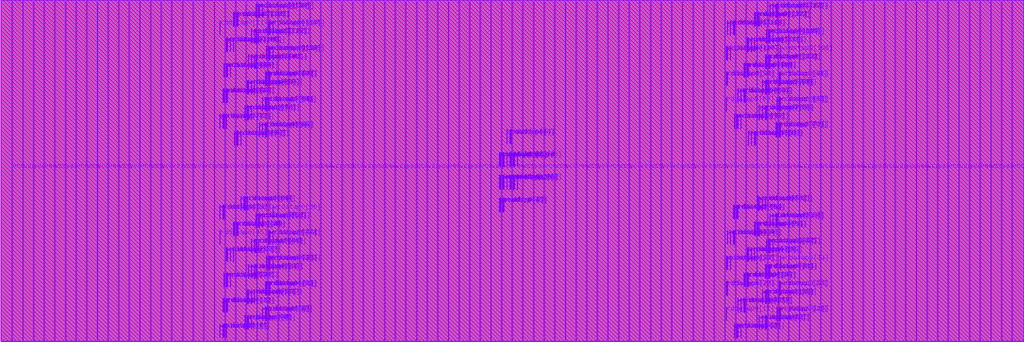
<source format=lef>
VERSION 5.8 ;
BUSBITCHARS "[]" ;
DIVIDERCHAR "/" ;

UNITS
  DATABASE MICRONS 4000 ;
END UNITS

MANUFACTURINGGRID 0.0005 ;

MACRO arf124b256e1r1w0cbbehcaa4acw
  CLASS BLOCK ;
  ORIGIN 0 0 ;
  FOREIGN arf124b256e1r1w0cbbehcaa4acw 0 0 ;
  SIZE 86.4 BY 28.8 ;
  PIN ckrdp0
    DIRECTION INPUT ;
    USE SIGNAL ;
    PORT
      LAYER m7 ;
        RECT 42.728 14.76 42.772 15.96 ;
    END
  END ckrdp0
  PIN ckwrp0
    DIRECTION INPUT ;
    USE SIGNAL ;
    PORT
      LAYER m7 ;
        RECT 42.084 12.84 42.128 14.04 ;
    END
  END ckwrp0
  PIN rdaddrp0[0]
    DIRECTION INPUT ;
    USE SIGNAL ;
    PORT
      LAYER m7 ;
        RECT 43.628 14.76 43.672 15.96 ;
    END
  END rdaddrp0[0]
  PIN rdaddrp0[1]
    DIRECTION INPUT ;
    USE SIGNAL ;
    PORT
      LAYER m7 ;
        RECT 42.084 14.76 42.128 15.96 ;
    END
  END rdaddrp0[1]
  PIN rdaddrp0[2]
    DIRECTION INPUT ;
    USE SIGNAL ;
    PORT
      LAYER m7 ;
        RECT 42.172 14.76 42.216 15.96 ;
    END
  END rdaddrp0[2]
  PIN rdaddrp0[3]
    DIRECTION INPUT ;
    USE SIGNAL ;
    PORT
      LAYER m7 ;
        RECT 42.384 14.76 42.428 15.96 ;
    END
  END rdaddrp0[3]
  PIN rdaddrp0[4]
    DIRECTION INPUT ;
    USE SIGNAL ;
    PORT
      LAYER m7 ;
        RECT 42.472 14.76 42.516 15.96 ;
    END
  END rdaddrp0[4]
  PIN rdaddrp0[5]
    DIRECTION INPUT ;
    USE SIGNAL ;
    PORT
      LAYER m7 ;
        RECT 42.728 16.68 42.772 17.88 ;
    END
  END rdaddrp0[5]
  PIN rdaddrp0[6]
    DIRECTION INPUT ;
    USE SIGNAL ;
    PORT
      LAYER m7 ;
        RECT 42.984 16.68 43.028 17.88 ;
    END
  END rdaddrp0[6]
  PIN rdaddrp0[7]
    DIRECTION INPUT ;
    USE SIGNAL ;
    PORT
      LAYER m7 ;
        RECT 43.072 16.68 43.116 17.88 ;
    END
  END rdaddrp0[7]
  PIN rdaddrp0_fd
    DIRECTION INPUT ;
    USE SIGNAL ;
    PORT
      LAYER m7 ;
        RECT 42.984 14.76 43.028 15.96 ;
    END
  END rdaddrp0_fd
  PIN rdaddrp0_rd
    DIRECTION INPUT ;
    USE SIGNAL ;
    PORT
      LAYER m7 ;
        RECT 43.072 14.76 43.116 15.96 ;
    END
  END rdaddrp0_rd
  PIN rddatap0[0]
    DIRECTION OUTPUT ;
    USE SIGNAL ;
    PORT
      LAYER m7 ;
        RECT 18.772 0.24 18.816 1.44 ;
    END
  END rddatap0[0]
  PIN rddatap0[100]
    DIRECTION OUTPUT ;
    USE SIGNAL ;
    PORT
      LAYER m7 ;
        RECT 21.384 23.04 21.428 24.24 ;
    END
  END rddatap0[100]
  PIN rddatap0[101]
    DIRECTION OUTPUT ;
    USE SIGNAL ;
    PORT
      LAYER m7 ;
        RECT 21.472 23.04 21.516 24.24 ;
    END
  END rddatap0[101]
  PIN rddatap0[102]
    DIRECTION OUTPUT ;
    USE SIGNAL ;
    PORT
      LAYER m7 ;
        RECT 64.884 23.04 64.928 24.24 ;
    END
  END rddatap0[102]
  PIN rddatap0[103]
    DIRECTION OUTPUT ;
    USE SIGNAL ;
    PORT
      LAYER m7 ;
        RECT 64.972 23.04 65.016 24.24 ;
    END
  END rddatap0[103]
  PIN rddatap0[104]
    DIRECTION OUTPUT ;
    USE SIGNAL ;
    PORT
      LAYER m7 ;
        RECT 22.672 23.76 22.716 24.96 ;
    END
  END rddatap0[104]
  PIN rddatap0[105]
    DIRECTION OUTPUT ;
    USE SIGNAL ;
    PORT
      LAYER m7 ;
        RECT 22.928 23.76 22.972 24.96 ;
    END
  END rddatap0[105]
  PIN rddatap0[106]
    DIRECTION OUTPUT ;
    USE SIGNAL ;
    PORT
      LAYER m7 ;
        RECT 61.372 23.76 61.416 24.96 ;
    END
  END rddatap0[106]
  PIN rddatap0[107]
    DIRECTION OUTPUT ;
    USE SIGNAL ;
    PORT
      LAYER m7 ;
        RECT 61.628 23.76 61.672 24.96 ;
    END
  END rddatap0[107]
  PIN rddatap0[108]
    DIRECTION OUTPUT ;
    USE SIGNAL ;
    PORT
      LAYER m7 ;
        RECT 19.328 24.48 19.372 25.68 ;
    END
  END rddatap0[108]
  PIN rddatap0[109]
    DIRECTION OUTPUT ;
    USE SIGNAL ;
    PORT
      LAYER m7 ;
        RECT 19.584 24.48 19.628 25.68 ;
    END
  END rddatap0[109]
  PIN rddatap0[10]
    DIRECTION OUTPUT ;
    USE SIGNAL ;
    PORT
      LAYER m7 ;
        RECT 65.872 1.68 65.916 2.88 ;
    END
  END rddatap0[10]
  PIN rddatap0[110]
    DIRECTION OUTPUT ;
    USE SIGNAL ;
    PORT
      LAYER m7 ;
        RECT 63.428 24.48 63.472 25.68 ;
    END
  END rddatap0[110]
  PIN rddatap0[111]
    DIRECTION OUTPUT ;
    USE SIGNAL ;
    PORT
      LAYER m7 ;
        RECT 63.684 24.48 63.728 25.68 ;
    END
  END rddatap0[111]
  PIN rddatap0[112]
    DIRECTION OUTPUT ;
    USE SIGNAL ;
    PORT
      LAYER m7 ;
        RECT 21.472 25.2 21.516 26.4 ;
    END
  END rddatap0[112]
  PIN rddatap0[113]
    DIRECTION OUTPUT ;
    USE SIGNAL ;
    PORT
      LAYER m7 ;
        RECT 21.684 25.2 21.728 26.4 ;
    END
  END rddatap0[113]
  PIN rddatap0[114]
    DIRECTION OUTPUT ;
    USE SIGNAL ;
    PORT
      LAYER m7 ;
        RECT 64.972 25.2 65.016 26.4 ;
    END
  END rddatap0[114]
  PIN rddatap0[115]
    DIRECTION OUTPUT ;
    USE SIGNAL ;
    PORT
      LAYER m7 ;
        RECT 65.228 25.2 65.272 26.4 ;
    END
  END rddatap0[115]
  PIN rddatap0[116]
    DIRECTION OUTPUT ;
    USE SIGNAL ;
    PORT
      LAYER m7 ;
        RECT 22.928 25.92 22.972 27.12 ;
    END
  END rddatap0[116]
  PIN rddatap0[117]
    DIRECTION OUTPUT ;
    USE SIGNAL ;
    PORT
      LAYER m7 ;
        RECT 18.428 25.92 18.472 27.12 ;
    END
  END rddatap0[117]
  PIN rddatap0[118]
    DIRECTION OUTPUT ;
    USE SIGNAL ;
    PORT
      LAYER m7 ;
        RECT 61.884 25.92 61.928 27.12 ;
    END
  END rddatap0[118]
  PIN rddatap0[119]
    DIRECTION OUTPUT ;
    USE SIGNAL ;
    PORT
      LAYER m7 ;
        RECT 61.972 25.92 62.016 27.12 ;
    END
  END rddatap0[119]
  PIN rddatap0[11]
    DIRECTION OUTPUT ;
    USE SIGNAL ;
    PORT
      LAYER m7 ;
        RECT 61.284 1.68 61.328 2.88 ;
    END
  END rddatap0[11]
  PIN rddatap0[120]
    DIRECTION OUTPUT ;
    USE SIGNAL ;
    PORT
      LAYER m7 ;
        RECT 19.884 26.64 19.928 27.84 ;
    END
  END rddatap0[120]
  PIN rddatap0[121]
    DIRECTION OUTPUT ;
    USE SIGNAL ;
    PORT
      LAYER m7 ;
        RECT 19.972 26.64 20.016 27.84 ;
    END
  END rddatap0[121]
  PIN rddatap0[122]
    DIRECTION OUTPUT ;
    USE SIGNAL ;
    PORT
      LAYER m7 ;
        RECT 63.984 26.64 64.028 27.84 ;
    END
  END rddatap0[122]
  PIN rddatap0[123]
    DIRECTION OUTPUT ;
    USE SIGNAL ;
    PORT
      LAYER m7 ;
        RECT 64.072 26.64 64.116 27.84 ;
    END
  END rddatap0[123]
  PIN rddatap0[124]
    DIRECTION OUTPUT ;
    USE SIGNAL ;
    PORT
      LAYER m7 ;
        RECT 21.772 27.36 21.816 28.56 ;
    END
  END rddatap0[124]
  PIN rddatap0[125]
    DIRECTION OUTPUT ;
    USE SIGNAL ;
    PORT
      LAYER m7 ;
        RECT 22.028 27.36 22.072 28.56 ;
    END
  END rddatap0[125]
  PIN rddatap0[126]
    DIRECTION OUTPUT ;
    USE SIGNAL ;
    PORT
      LAYER m7 ;
        RECT 65.484 27.36 65.528 28.56 ;
    END
  END rddatap0[126]
  PIN rddatap0[127]
    DIRECTION OUTPUT ;
    USE SIGNAL ;
    PORT
      LAYER m7 ;
        RECT 65.572 27.36 65.616 28.56 ;
    END
  END rddatap0[127]
  PIN rddatap0[12]
    DIRECTION OUTPUT ;
    USE SIGNAL ;
    PORT
      LAYER m7 ;
        RECT 18.984 2.4 19.028 3.6 ;
    END
  END rddatap0[12]
  PIN rddatap0[13]
    DIRECTION OUTPUT ;
    USE SIGNAL ;
    PORT
      LAYER m7 ;
        RECT 19.072 2.4 19.116 3.6 ;
    END
  END rddatap0[13]
  PIN rddatap0[14]
    DIRECTION OUTPUT ;
    USE SIGNAL ;
    PORT
      LAYER m7 ;
        RECT 62.784 2.4 62.828 3.6 ;
    END
  END rddatap0[14]
  PIN rddatap0[15]
    DIRECTION OUTPUT ;
    USE SIGNAL ;
    PORT
      LAYER m7 ;
        RECT 62.872 2.4 62.916 3.6 ;
    END
  END rddatap0[15]
  PIN rddatap0[16]
    DIRECTION OUTPUT ;
    USE SIGNAL ;
    PORT
      LAYER m7 ;
        RECT 21.128 3.12 21.172 4.32 ;
    END
  END rddatap0[16]
  PIN rddatap0[17]
    DIRECTION OUTPUT ;
    USE SIGNAL ;
    PORT
      LAYER m7 ;
        RECT 21.384 3.12 21.428 4.32 ;
    END
  END rddatap0[17]
  PIN rddatap0[18]
    DIRECTION OUTPUT ;
    USE SIGNAL ;
    PORT
      LAYER m7 ;
        RECT 64.672 3.12 64.716 4.32 ;
    END
  END rddatap0[18]
  PIN rddatap0[19]
    DIRECTION OUTPUT ;
    USE SIGNAL ;
    PORT
      LAYER m7 ;
        RECT 64.884 3.12 64.928 4.32 ;
    END
  END rddatap0[19]
  PIN rddatap0[1]
    DIRECTION OUTPUT ;
    USE SIGNAL ;
    PORT
      LAYER m7 ;
        RECT 18.984 0.24 19.028 1.44 ;
    END
  END rddatap0[1]
  PIN rddatap0[20]
    DIRECTION OUTPUT ;
    USE SIGNAL ;
    PORT
      LAYER m7 ;
        RECT 22.584 3.84 22.628 5.04 ;
    END
  END rddatap0[20]
  PIN rddatap0[21]
    DIRECTION OUTPUT ;
    USE SIGNAL ;
    PORT
      LAYER m7 ;
        RECT 22.672 3.84 22.716 5.04 ;
    END
  END rddatap0[21]
  PIN rddatap0[22]
    DIRECTION OUTPUT ;
    USE SIGNAL ;
    PORT
      LAYER m7 ;
        RECT 61.284 3.84 61.328 5.04 ;
    END
  END rddatap0[22]
  PIN rddatap0[23]
    DIRECTION OUTPUT ;
    USE SIGNAL ;
    PORT
      LAYER m7 ;
        RECT 61.372 3.84 61.416 5.04 ;
    END
  END rddatap0[23]
  PIN rddatap0[24]
    DIRECTION OUTPUT ;
    USE SIGNAL ;
    PORT
      LAYER m7 ;
        RECT 19.072 4.56 19.116 5.76 ;
    END
  END rddatap0[24]
  PIN rddatap0[25]
    DIRECTION OUTPUT ;
    USE SIGNAL ;
    PORT
      LAYER m7 ;
        RECT 19.328 4.56 19.372 5.76 ;
    END
  END rddatap0[25]
  PIN rddatap0[26]
    DIRECTION OUTPUT ;
    USE SIGNAL ;
    PORT
      LAYER m7 ;
        RECT 63.084 4.56 63.128 5.76 ;
    END
  END rddatap0[26]
  PIN rddatap0[27]
    DIRECTION OUTPUT ;
    USE SIGNAL ;
    PORT
      LAYER m7 ;
        RECT 63.172 4.56 63.216 5.76 ;
    END
  END rddatap0[27]
  PIN rddatap0[28]
    DIRECTION OUTPUT ;
    USE SIGNAL ;
    PORT
      LAYER m7 ;
        RECT 21.384 5.28 21.428 6.48 ;
    END
  END rddatap0[28]
  PIN rddatap0[29]
    DIRECTION OUTPUT ;
    USE SIGNAL ;
    PORT
      LAYER m7 ;
        RECT 21.472 5.28 21.516 6.48 ;
    END
  END rddatap0[29]
  PIN rddatap0[2]
    DIRECTION OUTPUT ;
    USE SIGNAL ;
    PORT
      LAYER m7 ;
        RECT 62.272 0.24 62.316 1.44 ;
    END
  END rddatap0[2]
  PIN rddatap0[30]
    DIRECTION OUTPUT ;
    USE SIGNAL ;
    PORT
      LAYER m7 ;
        RECT 64.884 5.28 64.928 6.48 ;
    END
  END rddatap0[30]
  PIN rddatap0[31]
    DIRECTION OUTPUT ;
    USE SIGNAL ;
    PORT
      LAYER m7 ;
        RECT 64.972 5.28 65.016 6.48 ;
    END
  END rddatap0[31]
  PIN rddatap0[32]
    DIRECTION OUTPUT ;
    USE SIGNAL ;
    PORT
      LAYER m7 ;
        RECT 22.672 6 22.716 7.2 ;
    END
  END rddatap0[32]
  PIN rddatap0[33]
    DIRECTION OUTPUT ;
    USE SIGNAL ;
    PORT
      LAYER m7 ;
        RECT 22.928 6 22.972 7.2 ;
    END
  END rddatap0[33]
  PIN rddatap0[34]
    DIRECTION OUTPUT ;
    USE SIGNAL ;
    PORT
      LAYER m7 ;
        RECT 61.372 6 61.416 7.2 ;
    END
  END rddatap0[34]
  PIN rddatap0[35]
    DIRECTION OUTPUT ;
    USE SIGNAL ;
    PORT
      LAYER m7 ;
        RECT 61.628 6 61.672 7.2 ;
    END
  END rddatap0[35]
  PIN rddatap0[36]
    DIRECTION OUTPUT ;
    USE SIGNAL ;
    PORT
      LAYER m7 ;
        RECT 19.328 6.72 19.372 7.92 ;
    END
  END rddatap0[36]
  PIN rddatap0[37]
    DIRECTION OUTPUT ;
    USE SIGNAL ;
    PORT
      LAYER m7 ;
        RECT 19.584 6.72 19.628 7.92 ;
    END
  END rddatap0[37]
  PIN rddatap0[38]
    DIRECTION OUTPUT ;
    USE SIGNAL ;
    PORT
      LAYER m7 ;
        RECT 63.428 6.72 63.472 7.92 ;
    END
  END rddatap0[38]
  PIN rddatap0[39]
    DIRECTION OUTPUT ;
    USE SIGNAL ;
    PORT
      LAYER m7 ;
        RECT 63.684 6.72 63.728 7.92 ;
    END
  END rddatap0[39]
  PIN rddatap0[3]
    DIRECTION OUTPUT ;
    USE SIGNAL ;
    PORT
      LAYER m7 ;
        RECT 62.528 0.24 62.572 1.44 ;
    END
  END rddatap0[3]
  PIN rddatap0[40]
    DIRECTION OUTPUT ;
    USE SIGNAL ;
    PORT
      LAYER m7 ;
        RECT 21.472 7.44 21.516 8.64 ;
    END
  END rddatap0[40]
  PIN rddatap0[41]
    DIRECTION OUTPUT ;
    USE SIGNAL ;
    PORT
      LAYER m7 ;
        RECT 21.684 7.44 21.728 8.64 ;
    END
  END rddatap0[41]
  PIN rddatap0[42]
    DIRECTION OUTPUT ;
    USE SIGNAL ;
    PORT
      LAYER m7 ;
        RECT 64.972 7.44 65.016 8.64 ;
    END
  END rddatap0[42]
  PIN rddatap0[43]
    DIRECTION OUTPUT ;
    USE SIGNAL ;
    PORT
      LAYER m7 ;
        RECT 65.228 7.44 65.272 8.64 ;
    END
  END rddatap0[43]
  PIN rddatap0[44]
    DIRECTION OUTPUT ;
    USE SIGNAL ;
    PORT
      LAYER m7 ;
        RECT 22.928 8.16 22.972 9.36 ;
    END
  END rddatap0[44]
  PIN rddatap0[45]
    DIRECTION OUTPUT ;
    USE SIGNAL ;
    PORT
      LAYER m7 ;
        RECT 18.428 8.16 18.472 9.36 ;
    END
  END rddatap0[45]
  PIN rddatap0[46]
    DIRECTION OUTPUT ;
    USE SIGNAL ;
    PORT
      LAYER m7 ;
        RECT 61.884 8.16 61.928 9.36 ;
    END
  END rddatap0[46]
  PIN rddatap0[47]
    DIRECTION OUTPUT ;
    USE SIGNAL ;
    PORT
      LAYER m7 ;
        RECT 61.972 8.16 62.016 9.36 ;
    END
  END rddatap0[47]
  PIN rddatap0[48]
    DIRECTION OUTPUT ;
    USE SIGNAL ;
    PORT
      LAYER m7 ;
        RECT 19.884 8.88 19.928 10.08 ;
    END
  END rddatap0[48]
  PIN rddatap0[49]
    DIRECTION OUTPUT ;
    USE SIGNAL ;
    PORT
      LAYER m7 ;
        RECT 19.972 8.88 20.016 10.08 ;
    END
  END rddatap0[49]
  PIN rddatap0[4]
    DIRECTION OUTPUT ;
    USE SIGNAL ;
    PORT
      LAYER m7 ;
        RECT 20.872 0.96 20.916 2.16 ;
    END
  END rddatap0[4]
  PIN rddatap0[50]
    DIRECTION OUTPUT ;
    USE SIGNAL ;
    PORT
      LAYER m7 ;
        RECT 63.984 8.88 64.028 10.08 ;
    END
  END rddatap0[50]
  PIN rddatap0[51]
    DIRECTION OUTPUT ;
    USE SIGNAL ;
    PORT
      LAYER m7 ;
        RECT 64.072 8.88 64.116 10.08 ;
    END
  END rddatap0[51]
  PIN rddatap0[52]
    DIRECTION OUTPUT ;
    USE SIGNAL ;
    PORT
      LAYER m7 ;
        RECT 21.772 9.6 21.816 10.8 ;
    END
  END rddatap0[52]
  PIN rddatap0[53]
    DIRECTION OUTPUT ;
    USE SIGNAL ;
    PORT
      LAYER m7 ;
        RECT 22.028 9.6 22.072 10.8 ;
    END
  END rddatap0[53]
  PIN rddatap0[54]
    DIRECTION OUTPUT ;
    USE SIGNAL ;
    PORT
      LAYER m7 ;
        RECT 65.484 9.6 65.528 10.8 ;
    END
  END rddatap0[54]
  PIN rddatap0[55]
    DIRECTION OUTPUT ;
    USE SIGNAL ;
    PORT
      LAYER m7 ;
        RECT 65.572 9.6 65.616 10.8 ;
    END
  END rddatap0[55]
  PIN rddatap0[56]
    DIRECTION OUTPUT ;
    USE SIGNAL ;
    PORT
      LAYER m7 ;
        RECT 18.684 10.32 18.728 11.52 ;
    END
  END rddatap0[56]
  PIN rddatap0[57]
    DIRECTION OUTPUT ;
    USE SIGNAL ;
    PORT
      LAYER m7 ;
        RECT 18.772 10.32 18.816 11.52 ;
    END
  END rddatap0[57]
  PIN rddatap0[58]
    DIRECTION OUTPUT ;
    USE SIGNAL ;
    PORT
      LAYER m7 ;
        RECT 62.184 10.32 62.228 11.52 ;
    END
  END rddatap0[58]
  PIN rddatap0[59]
    DIRECTION OUTPUT ;
    USE SIGNAL ;
    PORT
      LAYER m7 ;
        RECT 62.272 10.32 62.316 11.52 ;
    END
  END rddatap0[59]
  PIN rddatap0[5]
    DIRECTION OUTPUT ;
    USE SIGNAL ;
    PORT
      LAYER m7 ;
        RECT 21.128 0.96 21.172 2.16 ;
    END
  END rddatap0[5]
  PIN rddatap0[60]
    DIRECTION OUTPUT ;
    USE SIGNAL ;
    PORT
      LAYER m7 ;
        RECT 20.572 11.04 20.616 12.24 ;
    END
  END rddatap0[60]
  PIN rddatap0[61]
    DIRECTION OUTPUT ;
    USE SIGNAL ;
    PORT
      LAYER m7 ;
        RECT 20.784 11.04 20.828 12.24 ;
    END
  END rddatap0[61]
  PIN rddatap0[62]
    DIRECTION OUTPUT ;
    USE SIGNAL ;
    PORT
      LAYER m7 ;
        RECT 64.328 11.04 64.372 12.24 ;
    END
  END rddatap0[62]
  PIN rddatap0[63]
    DIRECTION OUTPUT ;
    USE SIGNAL ;
    PORT
      LAYER m7 ;
        RECT 64.584 11.04 64.628 12.24 ;
    END
  END rddatap0[63]
  PIN rddatap0[64]
    DIRECTION OUTPUT ;
    USE SIGNAL ;
    PORT
      LAYER m7 ;
        RECT 19.972 16.56 20.016 17.76 ;
    END
  END rddatap0[64]
  PIN rddatap0[65]
    DIRECTION OUTPUT ;
    USE SIGNAL ;
    PORT
      LAYER m7 ;
        RECT 20.228 16.56 20.272 17.76 ;
    END
  END rddatap0[65]
  PIN rddatap0[66]
    DIRECTION OUTPUT ;
    USE SIGNAL ;
    PORT
      LAYER m7 ;
        RECT 63.684 16.56 63.728 17.76 ;
    END
  END rddatap0[66]
  PIN rddatap0[67]
    DIRECTION OUTPUT ;
    USE SIGNAL ;
    PORT
      LAYER m7 ;
        RECT 63.772 16.56 63.816 17.76 ;
    END
  END rddatap0[67]
  PIN rddatap0[68]
    DIRECTION OUTPUT ;
    USE SIGNAL ;
    PORT
      LAYER m7 ;
        RECT 22.284 17.28 22.328 18.48 ;
    END
  END rddatap0[68]
  PIN rddatap0[69]
    DIRECTION OUTPUT ;
    USE SIGNAL ;
    PORT
      LAYER m7 ;
        RECT 22.372 17.28 22.416 18.48 ;
    END
  END rddatap0[69]
  PIN rddatap0[6]
    DIRECTION OUTPUT ;
    USE SIGNAL ;
    PORT
      LAYER m7 ;
        RECT 64.584 0.96 64.628 2.16 ;
    END
  END rddatap0[6]
  PIN rddatap0[70]
    DIRECTION OUTPUT ;
    USE SIGNAL ;
    PORT
      LAYER m7 ;
        RECT 65.784 17.28 65.828 18.48 ;
    END
  END rddatap0[70]
  PIN rddatap0[71]
    DIRECTION OUTPUT ;
    USE SIGNAL ;
    PORT
      LAYER m7 ;
        RECT 65.872 17.28 65.916 18.48 ;
    END
  END rddatap0[71]
  PIN rddatap0[72]
    DIRECTION OUTPUT ;
    USE SIGNAL ;
    PORT
      LAYER m7 ;
        RECT 18.772 18 18.816 19.2 ;
    END
  END rddatap0[72]
  PIN rddatap0[73]
    DIRECTION OUTPUT ;
    USE SIGNAL ;
    PORT
      LAYER m7 ;
        RECT 18.984 18 19.028 19.2 ;
    END
  END rddatap0[73]
  PIN rddatap0[74]
    DIRECTION OUTPUT ;
    USE SIGNAL ;
    PORT
      LAYER m7 ;
        RECT 62.272 18 62.316 19.2 ;
    END
  END rddatap0[74]
  PIN rddatap0[75]
    DIRECTION OUTPUT ;
    USE SIGNAL ;
    PORT
      LAYER m7 ;
        RECT 62.528 18 62.572 19.2 ;
    END
  END rddatap0[75]
  PIN rddatap0[76]
    DIRECTION OUTPUT ;
    USE SIGNAL ;
    PORT
      LAYER m7 ;
        RECT 20.872 18.72 20.916 19.92 ;
    END
  END rddatap0[76]
  PIN rddatap0[77]
    DIRECTION OUTPUT ;
    USE SIGNAL ;
    PORT
      LAYER m7 ;
        RECT 21.128 18.72 21.172 19.92 ;
    END
  END rddatap0[77]
  PIN rddatap0[78]
    DIRECTION OUTPUT ;
    USE SIGNAL ;
    PORT
      LAYER m7 ;
        RECT 64.584 18.72 64.628 19.92 ;
    END
  END rddatap0[78]
  PIN rddatap0[79]
    DIRECTION OUTPUT ;
    USE SIGNAL ;
    PORT
      LAYER m7 ;
        RECT 64.672 18.72 64.716 19.92 ;
    END
  END rddatap0[79]
  PIN rddatap0[7]
    DIRECTION OUTPUT ;
    USE SIGNAL ;
    PORT
      LAYER m7 ;
        RECT 64.672 0.96 64.716 2.16 ;
    END
  END rddatap0[7]
  PIN rddatap0[80]
    DIRECTION OUTPUT ;
    USE SIGNAL ;
    PORT
      LAYER m7 ;
        RECT 22.372 19.44 22.416 20.64 ;
    END
  END rddatap0[80]
  PIN rddatap0[81]
    DIRECTION OUTPUT ;
    USE SIGNAL ;
    PORT
      LAYER m7 ;
        RECT 22.584 19.44 22.628 20.64 ;
    END
  END rddatap0[81]
  PIN rddatap0[82]
    DIRECTION OUTPUT ;
    USE SIGNAL ;
    PORT
      LAYER m7 ;
        RECT 65.872 19.44 65.916 20.64 ;
    END
  END rddatap0[82]
  PIN rddatap0[83]
    DIRECTION OUTPUT ;
    USE SIGNAL ;
    PORT
      LAYER m7 ;
        RECT 61.284 19.44 61.328 20.64 ;
    END
  END rddatap0[83]
  PIN rddatap0[84]
    DIRECTION OUTPUT ;
    USE SIGNAL ;
    PORT
      LAYER m7 ;
        RECT 18.984 20.16 19.028 21.36 ;
    END
  END rddatap0[84]
  PIN rddatap0[85]
    DIRECTION OUTPUT ;
    USE SIGNAL ;
    PORT
      LAYER m7 ;
        RECT 19.072 20.16 19.116 21.36 ;
    END
  END rddatap0[85]
  PIN rddatap0[86]
    DIRECTION OUTPUT ;
    USE SIGNAL ;
    PORT
      LAYER m7 ;
        RECT 62.784 20.16 62.828 21.36 ;
    END
  END rddatap0[86]
  PIN rddatap0[87]
    DIRECTION OUTPUT ;
    USE SIGNAL ;
    PORT
      LAYER m7 ;
        RECT 62.872 20.16 62.916 21.36 ;
    END
  END rddatap0[87]
  PIN rddatap0[88]
    DIRECTION OUTPUT ;
    USE SIGNAL ;
    PORT
      LAYER m7 ;
        RECT 21.128 20.88 21.172 22.08 ;
    END
  END rddatap0[88]
  PIN rddatap0[89]
    DIRECTION OUTPUT ;
    USE SIGNAL ;
    PORT
      LAYER m7 ;
        RECT 21.384 20.88 21.428 22.08 ;
    END
  END rddatap0[89]
  PIN rddatap0[8]
    DIRECTION OUTPUT ;
    USE SIGNAL ;
    PORT
      LAYER m7 ;
        RECT 22.372 1.68 22.416 2.88 ;
    END
  END rddatap0[8]
  PIN rddatap0[90]
    DIRECTION OUTPUT ;
    USE SIGNAL ;
    PORT
      LAYER m7 ;
        RECT 64.672 20.88 64.716 22.08 ;
    END
  END rddatap0[90]
  PIN rddatap0[91]
    DIRECTION OUTPUT ;
    USE SIGNAL ;
    PORT
      LAYER m7 ;
        RECT 64.884 20.88 64.928 22.08 ;
    END
  END rddatap0[91]
  PIN rddatap0[92]
    DIRECTION OUTPUT ;
    USE SIGNAL ;
    PORT
      LAYER m7 ;
        RECT 22.584 21.6 22.628 22.8 ;
    END
  END rddatap0[92]
  PIN rddatap0[93]
    DIRECTION OUTPUT ;
    USE SIGNAL ;
    PORT
      LAYER m7 ;
        RECT 22.672 21.6 22.716 22.8 ;
    END
  END rddatap0[93]
  PIN rddatap0[94]
    DIRECTION OUTPUT ;
    USE SIGNAL ;
    PORT
      LAYER m7 ;
        RECT 61.284 21.6 61.328 22.8 ;
    END
  END rddatap0[94]
  PIN rddatap0[95]
    DIRECTION OUTPUT ;
    USE SIGNAL ;
    PORT
      LAYER m7 ;
        RECT 61.372 21.6 61.416 22.8 ;
    END
  END rddatap0[95]
  PIN rddatap0[96]
    DIRECTION OUTPUT ;
    USE SIGNAL ;
    PORT
      LAYER m7 ;
        RECT 19.072 22.32 19.116 23.52 ;
    END
  END rddatap0[96]
  PIN rddatap0[97]
    DIRECTION OUTPUT ;
    USE SIGNAL ;
    PORT
      LAYER m7 ;
        RECT 19.328 22.32 19.372 23.52 ;
    END
  END rddatap0[97]
  PIN rddatap0[98]
    DIRECTION OUTPUT ;
    USE SIGNAL ;
    PORT
      LAYER m7 ;
        RECT 63.084 22.32 63.128 23.52 ;
    END
  END rddatap0[98]
  PIN rddatap0[99]
    DIRECTION OUTPUT ;
    USE SIGNAL ;
    PORT
      LAYER m7 ;
        RECT 63.172 22.32 63.216 23.52 ;
    END
  END rddatap0[99]
  PIN rddatap0[9]
    DIRECTION OUTPUT ;
    USE SIGNAL ;
    PORT
      LAYER m7 ;
        RECT 22.584 1.68 22.628 2.88 ;
    END
  END rddatap0[9]
  PIN rdenp0
    DIRECTION INPUT ;
    USE SIGNAL ;
    PORT
      LAYER m7 ;
        RECT 43.284 14.76 43.328 15.96 ;
    END
  END rdenp0
  PIN sdl_initp0
    DIRECTION INPUT ;
    USE SIGNAL ;
    PORT
      LAYER m7 ;
        RECT 43.372 14.76 43.416 15.96 ;
    END
  END sdl_initp0
  PIN vcc
    DIRECTION INPUT ;
    USE POWER ;
    PORT
      LAYER m7 ;
        RECT 85.462 0.06 85.538 28.74 ;
    END
    PORT
      LAYER m7 ;
        RECT 83.662 0.06 83.738 28.74 ;
    END
    PORT
      LAYER m7 ;
        RECT 81.862 0.06 81.938 28.74 ;
    END
    PORT
      LAYER m7 ;
        RECT 80.062 0.06 80.138 28.74 ;
    END
    PORT
      LAYER m7 ;
        RECT 78.262 0.06 78.338 28.74 ;
    END
    PORT
      LAYER m7 ;
        RECT 76.462 0.06 76.538 28.74 ;
    END
    PORT
      LAYER m7 ;
        RECT 74.662 0.06 74.738 28.74 ;
    END
    PORT
      LAYER m7 ;
        RECT 72.862 0.06 72.938 28.74 ;
    END
    PORT
      LAYER m7 ;
        RECT 71.062 0.06 71.138 28.74 ;
    END
    PORT
      LAYER m7 ;
        RECT 69.262 0.06 69.338 28.74 ;
    END
    PORT
      LAYER m7 ;
        RECT 67.462 0.06 67.538 28.74 ;
    END
    PORT
      LAYER m7 ;
        RECT 65.662 0.06 65.738 28.74 ;
    END
    PORT
      LAYER m7 ;
        RECT 63.862 0.06 63.938 28.74 ;
    END
    PORT
      LAYER m7 ;
        RECT 62.062 0.06 62.138 28.74 ;
    END
    PORT
      LAYER m7 ;
        RECT 60.262 0.06 60.338 28.74 ;
    END
    PORT
      LAYER m7 ;
        RECT 58.462 0.06 58.538 28.74 ;
    END
    PORT
      LAYER m7 ;
        RECT 56.662 0.06 56.738 28.74 ;
    END
    PORT
      LAYER m7 ;
        RECT 54.862 0.06 54.938 28.74 ;
    END
    PORT
      LAYER m7 ;
        RECT 53.062 0.06 53.138 28.74 ;
    END
    PORT
      LAYER m7 ;
        RECT 51.262 0.06 51.338 28.74 ;
    END
    PORT
      LAYER m7 ;
        RECT 49.462 0.06 49.538 28.74 ;
    END
    PORT
      LAYER m7 ;
        RECT 47.662 0.06 47.738 28.74 ;
    END
    PORT
      LAYER m7 ;
        RECT 45.862 0.06 45.938 28.74 ;
    END
    PORT
      LAYER m7 ;
        RECT 44.062 0.06 44.138 28.74 ;
    END
    PORT
      LAYER m7 ;
        RECT 42.262 0.06 42.338 28.74 ;
    END
    PORT
      LAYER m7 ;
        RECT 40.462 0.06 40.538 28.74 ;
    END
    PORT
      LAYER m7 ;
        RECT 38.662 0.06 38.738 28.74 ;
    END
    PORT
      LAYER m7 ;
        RECT 36.862 0.06 36.938 28.74 ;
    END
    PORT
      LAYER m7 ;
        RECT 35.062 0.06 35.138 28.74 ;
    END
    PORT
      LAYER m7 ;
        RECT 33.262 0.06 33.338 28.74 ;
    END
    PORT
      LAYER m7 ;
        RECT 31.462 0.06 31.538 28.74 ;
    END
    PORT
      LAYER m7 ;
        RECT 29.662 0.06 29.738 28.74 ;
    END
    PORT
      LAYER m7 ;
        RECT 27.862 0.06 27.938 28.74 ;
    END
    PORT
      LAYER m7 ;
        RECT 26.062 0.06 26.138 28.74 ;
    END
    PORT
      LAYER m7 ;
        RECT 24.262 0.06 24.338 28.74 ;
    END
    PORT
      LAYER m7 ;
        RECT 22.462 0.06 22.538 28.74 ;
    END
    PORT
      LAYER m7 ;
        RECT 20.662 0.06 20.738 28.74 ;
    END
    PORT
      LAYER m7 ;
        RECT 18.862 0.06 18.938 28.74 ;
    END
    PORT
      LAYER m7 ;
        RECT 17.062 0.06 17.138 28.74 ;
    END
    PORT
      LAYER m7 ;
        RECT 15.262 0.06 15.338 28.74 ;
    END
    PORT
      LAYER m7 ;
        RECT 13.462 0.06 13.538 28.74 ;
    END
    PORT
      LAYER m7 ;
        RECT 11.662 0.06 11.738 28.74 ;
    END
    PORT
      LAYER m7 ;
        RECT 9.862 0.06 9.938 28.74 ;
    END
    PORT
      LAYER m7 ;
        RECT 8.062 0.06 8.138 28.74 ;
    END
    PORT
      LAYER m7 ;
        RECT 6.262 0.06 6.338 28.74 ;
    END
    PORT
      LAYER m7 ;
        RECT 4.462 0.06 4.538 28.74 ;
    END
    PORT
      LAYER m7 ;
        RECT 2.662 0.06 2.738 28.74 ;
    END
    PORT
      LAYER m7 ;
        RECT 0.862 0.06 0.938 28.74 ;
    END
  END vcc
  PIN vss
    DIRECTION INOUT ;
    USE GROUND ;
    PORT
      LAYER m7 ;
        RECT 84.562 0.06 84.638 28.74 ;
    END
    PORT
      LAYER m7 ;
        RECT 82.762 0.06 82.838 28.74 ;
    END
    PORT
      LAYER m7 ;
        RECT 80.962 0.06 81.038 28.74 ;
    END
    PORT
      LAYER m7 ;
        RECT 79.162 0.06 79.238 28.74 ;
    END
    PORT
      LAYER m7 ;
        RECT 77.362 0.06 77.438 28.74 ;
    END
    PORT
      LAYER m7 ;
        RECT 75.562 0.06 75.638 28.74 ;
    END
    PORT
      LAYER m7 ;
        RECT 73.762 0.06 73.838 28.74 ;
    END
    PORT
      LAYER m7 ;
        RECT 71.962 0.06 72.038 28.74 ;
    END
    PORT
      LAYER m7 ;
        RECT 70.162 0.06 70.238 28.74 ;
    END
    PORT
      LAYER m7 ;
        RECT 68.362 0.06 68.438 28.74 ;
    END
    PORT
      LAYER m7 ;
        RECT 66.562 0.06 66.638 28.74 ;
    END
    PORT
      LAYER m7 ;
        RECT 64.762 0.06 64.838 28.74 ;
    END
    PORT
      LAYER m7 ;
        RECT 62.962 0.06 63.038 28.74 ;
    END
    PORT
      LAYER m7 ;
        RECT 61.162 0.06 61.238 28.74 ;
    END
    PORT
      LAYER m7 ;
        RECT 59.362 0.06 59.438 28.74 ;
    END
    PORT
      LAYER m7 ;
        RECT 57.562 0.06 57.638 28.74 ;
    END
    PORT
      LAYER m7 ;
        RECT 55.762 0.06 55.838 28.74 ;
    END
    PORT
      LAYER m7 ;
        RECT 53.962 0.06 54.038 28.74 ;
    END
    PORT
      LAYER m7 ;
        RECT 52.162 0.06 52.238 28.74 ;
    END
    PORT
      LAYER m7 ;
        RECT 50.362 0.06 50.438 28.74 ;
    END
    PORT
      LAYER m7 ;
        RECT 48.562 0.06 48.638 28.74 ;
    END
    PORT
      LAYER m7 ;
        RECT 46.762 0.06 46.838 28.74 ;
    END
    PORT
      LAYER m7 ;
        RECT 44.962 0.06 45.038 28.74 ;
    END
    PORT
      LAYER m7 ;
        RECT 43.162 0.06 43.238 28.74 ;
    END
    PORT
      LAYER m7 ;
        RECT 41.362 0.06 41.438 28.74 ;
    END
    PORT
      LAYER m7 ;
        RECT 39.562 0.06 39.638 28.74 ;
    END
    PORT
      LAYER m7 ;
        RECT 37.762 0.06 37.838 28.74 ;
    END
    PORT
      LAYER m7 ;
        RECT 35.962 0.06 36.038 28.74 ;
    END
    PORT
      LAYER m7 ;
        RECT 34.162 0.06 34.238 28.74 ;
    END
    PORT
      LAYER m7 ;
        RECT 32.362 0.06 32.438 28.74 ;
    END
    PORT
      LAYER m7 ;
        RECT 30.562 0.06 30.638 28.74 ;
    END
    PORT
      LAYER m7 ;
        RECT 28.762 0.06 28.838 28.74 ;
    END
    PORT
      LAYER m7 ;
        RECT 26.962 0.06 27.038 28.74 ;
    END
    PORT
      LAYER m7 ;
        RECT 25.162 0.06 25.238 28.74 ;
    END
    PORT
      LAYER m7 ;
        RECT 23.362 0.06 23.438 28.74 ;
    END
    PORT
      LAYER m7 ;
        RECT 21.562 0.06 21.638 28.74 ;
    END
    PORT
      LAYER m7 ;
        RECT 19.762 0.06 19.838 28.74 ;
    END
    PORT
      LAYER m7 ;
        RECT 17.962 0.06 18.038 28.74 ;
    END
    PORT
      LAYER m7 ;
        RECT 16.162 0.06 16.238 28.74 ;
    END
    PORT
      LAYER m7 ;
        RECT 14.362 0.06 14.438 28.74 ;
    END
    PORT
      LAYER m7 ;
        RECT 12.562 0.06 12.638 28.74 ;
    END
    PORT
      LAYER m7 ;
        RECT 10.762 0.06 10.838 28.74 ;
    END
    PORT
      LAYER m7 ;
        RECT 8.962 0.06 9.038 28.74 ;
    END
    PORT
      LAYER m7 ;
        RECT 7.162 0.06 7.238 28.74 ;
    END
    PORT
      LAYER m7 ;
        RECT 5.362 0.06 5.438 28.74 ;
    END
    PORT
      LAYER m7 ;
        RECT 3.562 0.06 3.638 28.74 ;
    END
    PORT
      LAYER m7 ;
        RECT 1.762 0.06 1.838 28.74 ;
    END
  END vss
  PIN wraddrp0[0]
    DIRECTION INPUT ;
    USE SIGNAL ;
    PORT
      LAYER m7 ;
        RECT 43.072 12.84 43.116 14.04 ;
    END
  END wraddrp0[0]
  PIN wraddrp0[1]
    DIRECTION INPUT ;
    USE SIGNAL ;
    PORT
      LAYER m7 ;
        RECT 43.284 12.84 43.328 14.04 ;
    END
  END wraddrp0[1]
  PIN wraddrp0[2]
    DIRECTION INPUT ;
    USE SIGNAL ;
    PORT
      LAYER m7 ;
        RECT 43.372 12.84 43.416 14.04 ;
    END
  END wraddrp0[2]
  PIN wraddrp0[3]
    DIRECTION INPUT ;
    USE SIGNAL ;
    PORT
      LAYER m7 ;
        RECT 43.628 12.84 43.672 14.04 ;
    END
  END wraddrp0[3]
  PIN wraddrp0[4]
    DIRECTION INPUT ;
    USE SIGNAL ;
    PORT
      LAYER m7 ;
        RECT 42.084 10.92 42.128 12.12 ;
    END
  END wraddrp0[4]
  PIN wraddrp0[5]
    DIRECTION INPUT ;
    USE SIGNAL ;
    PORT
      LAYER m7 ;
        RECT 42.172 10.92 42.216 12.12 ;
    END
  END wraddrp0[5]
  PIN wraddrp0[6]
    DIRECTION INPUT ;
    USE SIGNAL ;
    PORT
      LAYER m7 ;
        RECT 42.384 10.92 42.428 12.12 ;
    END
  END wraddrp0[6]
  PIN wraddrp0[7]
    DIRECTION INPUT ;
    USE SIGNAL ;
    PORT
      LAYER m7 ;
        RECT 42.472 10.92 42.516 12.12 ;
    END
  END wraddrp0[7]
  PIN wraddrp0_fd
    DIRECTION INPUT ;
    USE SIGNAL ;
    PORT
      LAYER m7 ;
        RECT 42.172 12.84 42.216 14.04 ;
    END
  END wraddrp0_fd
  PIN wraddrp0_rd
    DIRECTION INPUT ;
    USE SIGNAL ;
    PORT
      LAYER m7 ;
        RECT 42.384 12.84 42.428 14.04 ;
    END
  END wraddrp0_rd
  PIN wrdatap0[0]
    DIRECTION INPUT ;
    USE SIGNAL ;
    PORT
      LAYER m7 ;
        RECT 18.428 0.24 18.472 1.44 ;
    END
  END wrdatap0[0]
  PIN wrdatap0[100]
    DIRECTION INPUT ;
    USE SIGNAL ;
    PORT
      LAYER m7 ;
        RECT 20.872 23.04 20.916 24.24 ;
    END
  END wrdatap0[100]
  PIN wrdatap0[101]
    DIRECTION INPUT ;
    USE SIGNAL ;
    PORT
      LAYER m7 ;
        RECT 21.128 23.04 21.172 24.24 ;
    END
  END wrdatap0[101]
  PIN wrdatap0[102]
    DIRECTION INPUT ;
    USE SIGNAL ;
    PORT
      LAYER m7 ;
        RECT 64.584 23.04 64.628 24.24 ;
    END
  END wrdatap0[102]
  PIN wrdatap0[103]
    DIRECTION INPUT ;
    USE SIGNAL ;
    PORT
      LAYER m7 ;
        RECT 64.672 23.04 64.716 24.24 ;
    END
  END wrdatap0[103]
  PIN wrdatap0[104]
    DIRECTION INPUT ;
    USE SIGNAL ;
    PORT
      LAYER m7 ;
        RECT 22.372 23.76 22.416 24.96 ;
    END
  END wrdatap0[104]
  PIN wrdatap0[105]
    DIRECTION INPUT ;
    USE SIGNAL ;
    PORT
      LAYER m7 ;
        RECT 22.584 23.76 22.628 24.96 ;
    END
  END wrdatap0[105]
  PIN wrdatap0[106]
    DIRECTION INPUT ;
    USE SIGNAL ;
    PORT
      LAYER m7 ;
        RECT 65.872 23.76 65.916 24.96 ;
    END
  END wrdatap0[106]
  PIN wrdatap0[107]
    DIRECTION INPUT ;
    USE SIGNAL ;
    PORT
      LAYER m7 ;
        RECT 61.284 23.76 61.328 24.96 ;
    END
  END wrdatap0[107]
  PIN wrdatap0[108]
    DIRECTION INPUT ;
    USE SIGNAL ;
    PORT
      LAYER m7 ;
        RECT 18.984 24.48 19.028 25.68 ;
    END
  END wrdatap0[108]
  PIN wrdatap0[109]
    DIRECTION INPUT ;
    USE SIGNAL ;
    PORT
      LAYER m7 ;
        RECT 19.072 24.48 19.116 25.68 ;
    END
  END wrdatap0[109]
  PIN wrdatap0[10]
    DIRECTION INPUT ;
    USE SIGNAL ;
    PORT
      LAYER m7 ;
        RECT 65.572 1.68 65.616 2.88 ;
    END
  END wrdatap0[10]
  PIN wrdatap0[110]
    DIRECTION INPUT ;
    USE SIGNAL ;
    PORT
      LAYER m7 ;
        RECT 63.084 24.48 63.128 25.68 ;
    END
  END wrdatap0[110]
  PIN wrdatap0[111]
    DIRECTION INPUT ;
    USE SIGNAL ;
    PORT
      LAYER m7 ;
        RECT 63.172 24.48 63.216 25.68 ;
    END
  END wrdatap0[111]
  PIN wrdatap0[112]
    DIRECTION INPUT ;
    USE SIGNAL ;
    PORT
      LAYER m7 ;
        RECT 21.128 25.2 21.172 26.4 ;
    END
  END wrdatap0[112]
  PIN wrdatap0[113]
    DIRECTION INPUT ;
    USE SIGNAL ;
    PORT
      LAYER m7 ;
        RECT 21.384 25.2 21.428 26.4 ;
    END
  END wrdatap0[113]
  PIN wrdatap0[114]
    DIRECTION INPUT ;
    USE SIGNAL ;
    PORT
      LAYER m7 ;
        RECT 64.672 25.2 64.716 26.4 ;
    END
  END wrdatap0[114]
  PIN wrdatap0[115]
    DIRECTION INPUT ;
    USE SIGNAL ;
    PORT
      LAYER m7 ;
        RECT 64.884 25.2 64.928 26.4 ;
    END
  END wrdatap0[115]
  PIN wrdatap0[116]
    DIRECTION INPUT ;
    USE SIGNAL ;
    PORT
      LAYER m7 ;
        RECT 22.584 25.92 22.628 27.12 ;
    END
  END wrdatap0[116]
  PIN wrdatap0[117]
    DIRECTION INPUT ;
    USE SIGNAL ;
    PORT
      LAYER m7 ;
        RECT 22.672 25.92 22.716 27.12 ;
    END
  END wrdatap0[117]
  PIN wrdatap0[118]
    DIRECTION INPUT ;
    USE SIGNAL ;
    PORT
      LAYER m7 ;
        RECT 61.372 25.92 61.416 27.12 ;
    END
  END wrdatap0[118]
  PIN wrdatap0[119]
    DIRECTION INPUT ;
    USE SIGNAL ;
    PORT
      LAYER m7 ;
        RECT 61.628 25.92 61.672 27.12 ;
    END
  END wrdatap0[119]
  PIN wrdatap0[11]
    DIRECTION INPUT ;
    USE SIGNAL ;
    PORT
      LAYER m7 ;
        RECT 65.784 1.68 65.828 2.88 ;
    END
  END wrdatap0[11]
  PIN wrdatap0[120]
    DIRECTION INPUT ;
    USE SIGNAL ;
    PORT
      LAYER m7 ;
        RECT 19.584 26.64 19.628 27.84 ;
    END
  END wrdatap0[120]
  PIN wrdatap0[121]
    DIRECTION INPUT ;
    USE SIGNAL ;
    PORT
      LAYER m7 ;
        RECT 19.672 26.64 19.716 27.84 ;
    END
  END wrdatap0[121]
  PIN wrdatap0[122]
    DIRECTION INPUT ;
    USE SIGNAL ;
    PORT
      LAYER m7 ;
        RECT 63.684 26.64 63.728 27.84 ;
    END
  END wrdatap0[122]
  PIN wrdatap0[123]
    DIRECTION INPUT ;
    USE SIGNAL ;
    PORT
      LAYER m7 ;
        RECT 63.772 26.64 63.816 27.84 ;
    END
  END wrdatap0[123]
  PIN wrdatap0[124]
    DIRECTION INPUT ;
    USE SIGNAL ;
    PORT
      LAYER m7 ;
        RECT 21.472 27.36 21.516 28.56 ;
    END
  END wrdatap0[124]
  PIN wrdatap0[125]
    DIRECTION INPUT ;
    USE SIGNAL ;
    PORT
      LAYER m7 ;
        RECT 21.684 27.36 21.728 28.56 ;
    END
  END wrdatap0[125]
  PIN wrdatap0[126]
    DIRECTION INPUT ;
    USE SIGNAL ;
    PORT
      LAYER m7 ;
        RECT 64.972 27.36 65.016 28.56 ;
    END
  END wrdatap0[126]
  PIN wrdatap0[127]
    DIRECTION INPUT ;
    USE SIGNAL ;
    PORT
      LAYER m7 ;
        RECT 65.228 27.36 65.272 28.56 ;
    END
  END wrdatap0[127]
  PIN wrdatap0[12]
    DIRECTION INPUT ;
    USE SIGNAL ;
    PORT
      LAYER m7 ;
        RECT 18.684 2.4 18.728 3.6 ;
    END
  END wrdatap0[12]
  PIN wrdatap0[13]
    DIRECTION INPUT ;
    USE SIGNAL ;
    PORT
      LAYER m7 ;
        RECT 18.772 2.4 18.816 3.6 ;
    END
  END wrdatap0[13]
  PIN wrdatap0[14]
    DIRECTION INPUT ;
    USE SIGNAL ;
    PORT
      LAYER m7 ;
        RECT 62.272 2.4 62.316 3.6 ;
    END
  END wrdatap0[14]
  PIN wrdatap0[15]
    DIRECTION INPUT ;
    USE SIGNAL ;
    PORT
      LAYER m7 ;
        RECT 62.528 2.4 62.572 3.6 ;
    END
  END wrdatap0[15]
  PIN wrdatap0[16]
    DIRECTION INPUT ;
    USE SIGNAL ;
    PORT
      LAYER m7 ;
        RECT 20.784 3.12 20.828 4.32 ;
    END
  END wrdatap0[16]
  PIN wrdatap0[17]
    DIRECTION INPUT ;
    USE SIGNAL ;
    PORT
      LAYER m7 ;
        RECT 20.872 3.12 20.916 4.32 ;
    END
  END wrdatap0[17]
  PIN wrdatap0[18]
    DIRECTION INPUT ;
    USE SIGNAL ;
    PORT
      LAYER m7 ;
        RECT 64.328 3.12 64.372 4.32 ;
    END
  END wrdatap0[18]
  PIN wrdatap0[19]
    DIRECTION INPUT ;
    USE SIGNAL ;
    PORT
      LAYER m7 ;
        RECT 64.584 3.12 64.628 4.32 ;
    END
  END wrdatap0[19]
  PIN wrdatap0[1]
    DIRECTION INPUT ;
    USE SIGNAL ;
    PORT
      LAYER m7 ;
        RECT 18.684 0.24 18.728 1.44 ;
    END
  END wrdatap0[1]
  PIN wrdatap0[20]
    DIRECTION INPUT ;
    USE SIGNAL ;
    PORT
      LAYER m7 ;
        RECT 22.284 3.84 22.328 5.04 ;
    END
  END wrdatap0[20]
  PIN wrdatap0[21]
    DIRECTION INPUT ;
    USE SIGNAL ;
    PORT
      LAYER m7 ;
        RECT 22.372 3.84 22.416 5.04 ;
    END
  END wrdatap0[21]
  PIN wrdatap0[22]
    DIRECTION INPUT ;
    USE SIGNAL ;
    PORT
      LAYER m7 ;
        RECT 65.784 3.84 65.828 5.04 ;
    END
  END wrdatap0[22]
  PIN wrdatap0[23]
    DIRECTION INPUT ;
    USE SIGNAL ;
    PORT
      LAYER m7 ;
        RECT 65.872 3.84 65.916 5.04 ;
    END
  END wrdatap0[23]
  PIN wrdatap0[24]
    DIRECTION INPUT ;
    USE SIGNAL ;
    PORT
      LAYER m7 ;
        RECT 18.772 4.56 18.816 5.76 ;
    END
  END wrdatap0[24]
  PIN wrdatap0[25]
    DIRECTION INPUT ;
    USE SIGNAL ;
    PORT
      LAYER m7 ;
        RECT 18.984 4.56 19.028 5.76 ;
    END
  END wrdatap0[25]
  PIN wrdatap0[26]
    DIRECTION INPUT ;
    USE SIGNAL ;
    PORT
      LAYER m7 ;
        RECT 62.784 4.56 62.828 5.76 ;
    END
  END wrdatap0[26]
  PIN wrdatap0[27]
    DIRECTION INPUT ;
    USE SIGNAL ;
    PORT
      LAYER m7 ;
        RECT 62.872 4.56 62.916 5.76 ;
    END
  END wrdatap0[27]
  PIN wrdatap0[28]
    DIRECTION INPUT ;
    USE SIGNAL ;
    PORT
      LAYER m7 ;
        RECT 20.872 5.28 20.916 6.48 ;
    END
  END wrdatap0[28]
  PIN wrdatap0[29]
    DIRECTION INPUT ;
    USE SIGNAL ;
    PORT
      LAYER m7 ;
        RECT 21.128 5.28 21.172 6.48 ;
    END
  END wrdatap0[29]
  PIN wrdatap0[2]
    DIRECTION INPUT ;
    USE SIGNAL ;
    PORT
      LAYER m7 ;
        RECT 61.972 0.24 62.016 1.44 ;
    END
  END wrdatap0[2]
  PIN wrdatap0[30]
    DIRECTION INPUT ;
    USE SIGNAL ;
    PORT
      LAYER m7 ;
        RECT 64.584 5.28 64.628 6.48 ;
    END
  END wrdatap0[30]
  PIN wrdatap0[31]
    DIRECTION INPUT ;
    USE SIGNAL ;
    PORT
      LAYER m7 ;
        RECT 64.672 5.28 64.716 6.48 ;
    END
  END wrdatap0[31]
  PIN wrdatap0[32]
    DIRECTION INPUT ;
    USE SIGNAL ;
    PORT
      LAYER m7 ;
        RECT 22.372 6 22.416 7.2 ;
    END
  END wrdatap0[32]
  PIN wrdatap0[33]
    DIRECTION INPUT ;
    USE SIGNAL ;
    PORT
      LAYER m7 ;
        RECT 22.584 6 22.628 7.2 ;
    END
  END wrdatap0[33]
  PIN wrdatap0[34]
    DIRECTION INPUT ;
    USE SIGNAL ;
    PORT
      LAYER m7 ;
        RECT 65.872 6 65.916 7.2 ;
    END
  END wrdatap0[34]
  PIN wrdatap0[35]
    DIRECTION INPUT ;
    USE SIGNAL ;
    PORT
      LAYER m7 ;
        RECT 61.284 6 61.328 7.2 ;
    END
  END wrdatap0[35]
  PIN wrdatap0[36]
    DIRECTION INPUT ;
    USE SIGNAL ;
    PORT
      LAYER m7 ;
        RECT 18.984 6.72 19.028 7.92 ;
    END
  END wrdatap0[36]
  PIN wrdatap0[37]
    DIRECTION INPUT ;
    USE SIGNAL ;
    PORT
      LAYER m7 ;
        RECT 19.072 6.72 19.116 7.92 ;
    END
  END wrdatap0[37]
  PIN wrdatap0[38]
    DIRECTION INPUT ;
    USE SIGNAL ;
    PORT
      LAYER m7 ;
        RECT 63.084 6.72 63.128 7.92 ;
    END
  END wrdatap0[38]
  PIN wrdatap0[39]
    DIRECTION INPUT ;
    USE SIGNAL ;
    PORT
      LAYER m7 ;
        RECT 63.172 6.72 63.216 7.92 ;
    END
  END wrdatap0[39]
  PIN wrdatap0[3]
    DIRECTION INPUT ;
    USE SIGNAL ;
    PORT
      LAYER m7 ;
        RECT 62.184 0.24 62.228 1.44 ;
    END
  END wrdatap0[3]
  PIN wrdatap0[40]
    DIRECTION INPUT ;
    USE SIGNAL ;
    PORT
      LAYER m7 ;
        RECT 21.128 7.44 21.172 8.64 ;
    END
  END wrdatap0[40]
  PIN wrdatap0[41]
    DIRECTION INPUT ;
    USE SIGNAL ;
    PORT
      LAYER m7 ;
        RECT 21.384 7.44 21.428 8.64 ;
    END
  END wrdatap0[41]
  PIN wrdatap0[42]
    DIRECTION INPUT ;
    USE SIGNAL ;
    PORT
      LAYER m7 ;
        RECT 64.672 7.44 64.716 8.64 ;
    END
  END wrdatap0[42]
  PIN wrdatap0[43]
    DIRECTION INPUT ;
    USE SIGNAL ;
    PORT
      LAYER m7 ;
        RECT 64.884 7.44 64.928 8.64 ;
    END
  END wrdatap0[43]
  PIN wrdatap0[44]
    DIRECTION INPUT ;
    USE SIGNAL ;
    PORT
      LAYER m7 ;
        RECT 22.584 8.16 22.628 9.36 ;
    END
  END wrdatap0[44]
  PIN wrdatap0[45]
    DIRECTION INPUT ;
    USE SIGNAL ;
    PORT
      LAYER m7 ;
        RECT 22.672 8.16 22.716 9.36 ;
    END
  END wrdatap0[45]
  PIN wrdatap0[46]
    DIRECTION INPUT ;
    USE SIGNAL ;
    PORT
      LAYER m7 ;
        RECT 61.372 8.16 61.416 9.36 ;
    END
  END wrdatap0[46]
  PIN wrdatap0[47]
    DIRECTION INPUT ;
    USE SIGNAL ;
    PORT
      LAYER m7 ;
        RECT 61.628 8.16 61.672 9.36 ;
    END
  END wrdatap0[47]
  PIN wrdatap0[48]
    DIRECTION INPUT ;
    USE SIGNAL ;
    PORT
      LAYER m7 ;
        RECT 19.584 8.88 19.628 10.08 ;
    END
  END wrdatap0[48]
  PIN wrdatap0[49]
    DIRECTION INPUT ;
    USE SIGNAL ;
    PORT
      LAYER m7 ;
        RECT 19.672 8.88 19.716 10.08 ;
    END
  END wrdatap0[49]
  PIN wrdatap0[4]
    DIRECTION INPUT ;
    USE SIGNAL ;
    PORT
      LAYER m7 ;
        RECT 20.572 0.96 20.616 2.16 ;
    END
  END wrdatap0[4]
  PIN wrdatap0[50]
    DIRECTION INPUT ;
    USE SIGNAL ;
    PORT
      LAYER m7 ;
        RECT 63.684 8.88 63.728 10.08 ;
    END
  END wrdatap0[50]
  PIN wrdatap0[51]
    DIRECTION INPUT ;
    USE SIGNAL ;
    PORT
      LAYER m7 ;
        RECT 63.772 8.88 63.816 10.08 ;
    END
  END wrdatap0[51]
  PIN wrdatap0[52]
    DIRECTION INPUT ;
    USE SIGNAL ;
    PORT
      LAYER m7 ;
        RECT 21.472 9.6 21.516 10.8 ;
    END
  END wrdatap0[52]
  PIN wrdatap0[53]
    DIRECTION INPUT ;
    USE SIGNAL ;
    PORT
      LAYER m7 ;
        RECT 21.684 9.6 21.728 10.8 ;
    END
  END wrdatap0[53]
  PIN wrdatap0[54]
    DIRECTION INPUT ;
    USE SIGNAL ;
    PORT
      LAYER m7 ;
        RECT 64.972 9.6 65.016 10.8 ;
    END
  END wrdatap0[54]
  PIN wrdatap0[55]
    DIRECTION INPUT ;
    USE SIGNAL ;
    PORT
      LAYER m7 ;
        RECT 65.228 9.6 65.272 10.8 ;
    END
  END wrdatap0[55]
  PIN wrdatap0[56]
    DIRECTION INPUT ;
    USE SIGNAL ;
    PORT
      LAYER m7 ;
        RECT 22.928 10.32 22.972 11.52 ;
    END
  END wrdatap0[56]
  PIN wrdatap0[57]
    DIRECTION INPUT ;
    USE SIGNAL ;
    PORT
      LAYER m7 ;
        RECT 18.428 10.32 18.472 11.52 ;
    END
  END wrdatap0[57]
  PIN wrdatap0[58]
    DIRECTION INPUT ;
    USE SIGNAL ;
    PORT
      LAYER m7 ;
        RECT 61.884 10.32 61.928 11.52 ;
    END
  END wrdatap0[58]
  PIN wrdatap0[59]
    DIRECTION INPUT ;
    USE SIGNAL ;
    PORT
      LAYER m7 ;
        RECT 61.972 10.32 62.016 11.52 ;
    END
  END wrdatap0[59]
  PIN wrdatap0[5]
    DIRECTION INPUT ;
    USE SIGNAL ;
    PORT
      LAYER m7 ;
        RECT 20.784 0.96 20.828 2.16 ;
    END
  END wrdatap0[5]
  PIN wrdatap0[60]
    DIRECTION INPUT ;
    USE SIGNAL ;
    PORT
      LAYER m7 ;
        RECT 20.228 11.04 20.272 12.24 ;
    END
  END wrdatap0[60]
  PIN wrdatap0[61]
    DIRECTION INPUT ;
    USE SIGNAL ;
    PORT
      LAYER m7 ;
        RECT 20.484 11.04 20.528 12.24 ;
    END
  END wrdatap0[61]
  PIN wrdatap0[62]
    DIRECTION INPUT ;
    USE SIGNAL ;
    PORT
      LAYER m7 ;
        RECT 63.984 11.04 64.028 12.24 ;
    END
  END wrdatap0[62]
  PIN wrdatap0[63]
    DIRECTION INPUT ;
    USE SIGNAL ;
    PORT
      LAYER m7 ;
        RECT 64.072 11.04 64.116 12.24 ;
    END
  END wrdatap0[63]
  PIN wrdatap0[64]
    DIRECTION INPUT ;
    USE SIGNAL ;
    PORT
      LAYER m7 ;
        RECT 19.672 16.56 19.716 17.76 ;
    END
  END wrdatap0[64]
  PIN wrdatap0[65]
    DIRECTION INPUT ;
    USE SIGNAL ;
    PORT
      LAYER m7 ;
        RECT 19.884 16.56 19.928 17.76 ;
    END
  END wrdatap0[65]
  PIN wrdatap0[66]
    DIRECTION INPUT ;
    USE SIGNAL ;
    PORT
      LAYER m7 ;
        RECT 63.172 16.56 63.216 17.76 ;
    END
  END wrdatap0[66]
  PIN wrdatap0[67]
    DIRECTION INPUT ;
    USE SIGNAL ;
    PORT
      LAYER m7 ;
        RECT 63.428 16.56 63.472 17.76 ;
    END
  END wrdatap0[67]
  PIN wrdatap0[68]
    DIRECTION INPUT ;
    USE SIGNAL ;
    PORT
      LAYER m7 ;
        RECT 21.772 17.28 21.816 18.48 ;
    END
  END wrdatap0[68]
  PIN wrdatap0[69]
    DIRECTION INPUT ;
    USE SIGNAL ;
    PORT
      LAYER m7 ;
        RECT 22.028 17.28 22.072 18.48 ;
    END
  END wrdatap0[69]
  PIN wrdatap0[6]
    DIRECTION INPUT ;
    USE SIGNAL ;
    PORT
      LAYER m7 ;
        RECT 64.072 0.96 64.116 2.16 ;
    END
  END wrdatap0[6]
  PIN wrdatap0[70]
    DIRECTION INPUT ;
    USE SIGNAL ;
    PORT
      LAYER m7 ;
        RECT 65.484 17.28 65.528 18.48 ;
    END
  END wrdatap0[70]
  PIN wrdatap0[71]
    DIRECTION INPUT ;
    USE SIGNAL ;
    PORT
      LAYER m7 ;
        RECT 65.572 17.28 65.616 18.48 ;
    END
  END wrdatap0[71]
  PIN wrdatap0[72]
    DIRECTION INPUT ;
    USE SIGNAL ;
    PORT
      LAYER m7 ;
        RECT 18.428 18 18.472 19.2 ;
    END
  END wrdatap0[72]
  PIN wrdatap0[73]
    DIRECTION INPUT ;
    USE SIGNAL ;
    PORT
      LAYER m7 ;
        RECT 18.684 18 18.728 19.2 ;
    END
  END wrdatap0[73]
  PIN wrdatap0[74]
    DIRECTION INPUT ;
    USE SIGNAL ;
    PORT
      LAYER m7 ;
        RECT 61.972 18 62.016 19.2 ;
    END
  END wrdatap0[74]
  PIN wrdatap0[75]
    DIRECTION INPUT ;
    USE SIGNAL ;
    PORT
      LAYER m7 ;
        RECT 62.184 18 62.228 19.2 ;
    END
  END wrdatap0[75]
  PIN wrdatap0[76]
    DIRECTION INPUT ;
    USE SIGNAL ;
    PORT
      LAYER m7 ;
        RECT 20.572 18.72 20.616 19.92 ;
    END
  END wrdatap0[76]
  PIN wrdatap0[77]
    DIRECTION INPUT ;
    USE SIGNAL ;
    PORT
      LAYER m7 ;
        RECT 20.784 18.72 20.828 19.92 ;
    END
  END wrdatap0[77]
  PIN wrdatap0[78]
    DIRECTION INPUT ;
    USE SIGNAL ;
    PORT
      LAYER m7 ;
        RECT 64.072 18.72 64.116 19.92 ;
    END
  END wrdatap0[78]
  PIN wrdatap0[79]
    DIRECTION INPUT ;
    USE SIGNAL ;
    PORT
      LAYER m7 ;
        RECT 64.328 18.72 64.372 19.92 ;
    END
  END wrdatap0[79]
  PIN wrdatap0[7]
    DIRECTION INPUT ;
    USE SIGNAL ;
    PORT
      LAYER m7 ;
        RECT 64.328 0.96 64.372 2.16 ;
    END
  END wrdatap0[7]
  PIN wrdatap0[80]
    DIRECTION INPUT ;
    USE SIGNAL ;
    PORT
      LAYER m7 ;
        RECT 22.028 19.44 22.072 20.64 ;
    END
  END wrdatap0[80]
  PIN wrdatap0[81]
    DIRECTION INPUT ;
    USE SIGNAL ;
    PORT
      LAYER m7 ;
        RECT 22.284 19.44 22.328 20.64 ;
    END
  END wrdatap0[81]
  PIN wrdatap0[82]
    DIRECTION INPUT ;
    USE SIGNAL ;
    PORT
      LAYER m7 ;
        RECT 65.572 19.44 65.616 20.64 ;
    END
  END wrdatap0[82]
  PIN wrdatap0[83]
    DIRECTION INPUT ;
    USE SIGNAL ;
    PORT
      LAYER m7 ;
        RECT 65.784 19.44 65.828 20.64 ;
    END
  END wrdatap0[83]
  PIN wrdatap0[84]
    DIRECTION INPUT ;
    USE SIGNAL ;
    PORT
      LAYER m7 ;
        RECT 18.684 20.16 18.728 21.36 ;
    END
  END wrdatap0[84]
  PIN wrdatap0[85]
    DIRECTION INPUT ;
    USE SIGNAL ;
    PORT
      LAYER m7 ;
        RECT 18.772 20.16 18.816 21.36 ;
    END
  END wrdatap0[85]
  PIN wrdatap0[86]
    DIRECTION INPUT ;
    USE SIGNAL ;
    PORT
      LAYER m7 ;
        RECT 62.272 20.16 62.316 21.36 ;
    END
  END wrdatap0[86]
  PIN wrdatap0[87]
    DIRECTION INPUT ;
    USE SIGNAL ;
    PORT
      LAYER m7 ;
        RECT 62.528 20.16 62.572 21.36 ;
    END
  END wrdatap0[87]
  PIN wrdatap0[88]
    DIRECTION INPUT ;
    USE SIGNAL ;
    PORT
      LAYER m7 ;
        RECT 20.784 20.88 20.828 22.08 ;
    END
  END wrdatap0[88]
  PIN wrdatap0[89]
    DIRECTION INPUT ;
    USE SIGNAL ;
    PORT
      LAYER m7 ;
        RECT 20.872 20.88 20.916 22.08 ;
    END
  END wrdatap0[89]
  PIN wrdatap0[8]
    DIRECTION INPUT ;
    USE SIGNAL ;
    PORT
      LAYER m7 ;
        RECT 22.028 1.68 22.072 2.88 ;
    END
  END wrdatap0[8]
  PIN wrdatap0[90]
    DIRECTION INPUT ;
    USE SIGNAL ;
    PORT
      LAYER m7 ;
        RECT 64.328 20.88 64.372 22.08 ;
    END
  END wrdatap0[90]
  PIN wrdatap0[91]
    DIRECTION INPUT ;
    USE SIGNAL ;
    PORT
      LAYER m7 ;
        RECT 64.584 20.88 64.628 22.08 ;
    END
  END wrdatap0[91]
  PIN wrdatap0[92]
    DIRECTION INPUT ;
    USE SIGNAL ;
    PORT
      LAYER m7 ;
        RECT 22.284 21.6 22.328 22.8 ;
    END
  END wrdatap0[92]
  PIN wrdatap0[93]
    DIRECTION INPUT ;
    USE SIGNAL ;
    PORT
      LAYER m7 ;
        RECT 22.372 21.6 22.416 22.8 ;
    END
  END wrdatap0[93]
  PIN wrdatap0[94]
    DIRECTION INPUT ;
    USE SIGNAL ;
    PORT
      LAYER m7 ;
        RECT 65.784 21.6 65.828 22.8 ;
    END
  END wrdatap0[94]
  PIN wrdatap0[95]
    DIRECTION INPUT ;
    USE SIGNAL ;
    PORT
      LAYER m7 ;
        RECT 65.872 21.6 65.916 22.8 ;
    END
  END wrdatap0[95]
  PIN wrdatap0[96]
    DIRECTION INPUT ;
    USE SIGNAL ;
    PORT
      LAYER m7 ;
        RECT 18.772 22.32 18.816 23.52 ;
    END
  END wrdatap0[96]
  PIN wrdatap0[97]
    DIRECTION INPUT ;
    USE SIGNAL ;
    PORT
      LAYER m7 ;
        RECT 18.984 22.32 19.028 23.52 ;
    END
  END wrdatap0[97]
  PIN wrdatap0[98]
    DIRECTION INPUT ;
    USE SIGNAL ;
    PORT
      LAYER m7 ;
        RECT 62.784 22.32 62.828 23.52 ;
    END
  END wrdatap0[98]
  PIN wrdatap0[99]
    DIRECTION INPUT ;
    USE SIGNAL ;
    PORT
      LAYER m7 ;
        RECT 62.872 22.32 62.916 23.52 ;
    END
  END wrdatap0[99]
  PIN wrdatap0[9]
    DIRECTION INPUT ;
    USE SIGNAL ;
    PORT
      LAYER m7 ;
        RECT 22.284 1.68 22.328 2.88 ;
    END
  END wrdatap0[9]
  PIN wrdatap0_fd
    DIRECTION INPUT ;
    USE SIGNAL ;
    PORT
      LAYER m7 ;
        RECT 42.728 12.84 42.772 14.04 ;
    END
  END wrdatap0_fd
  PIN wrdatap0_rd
    DIRECTION INPUT ;
    USE SIGNAL ;
    PORT
      LAYER m7 ;
        RECT 42.984 12.84 43.028 14.04 ;
    END
  END wrdatap0_rd
  PIN wrenp0
    DIRECTION INPUT ;
    USE SIGNAL ;
    PORT
      LAYER m7 ;
        RECT 42.472 12.84 42.516 14.04 ;
    END
  END wrenp0
  OBS
    LAYER m0 SPACING 0 ;
      RECT 0 0 86.4 28.8 ;
    LAYER m1 SPACING 0 ;
      RECT 0 0 86.4 28.8 ;
    LAYER m2 SPACING 0 ;
      RECT -0.0705 -0.038 86.4705 28.838 ;
    LAYER m3 SPACING 0 ;
      RECT -0.035 -0.07 86.435 28.87 ;
    LAYER m4 SPACING 0 ;
      RECT -0.07 -0.038 86.47 28.838 ;
    LAYER m5 SPACING 0 ;
      RECT -0.059 -0.09 86.459 28.89 ;
    LAYER m6 SPACING 0 ;
      RECT -0.09 -0.062 86.49 28.862 ;
    LAYER m7 SPACING 0 ;
      RECT -0.092 -0.06 86.492 28.86 ;
  END
END arf124b256e1r1w0cbbehcaa4acw
END LIBRARY

</source>
